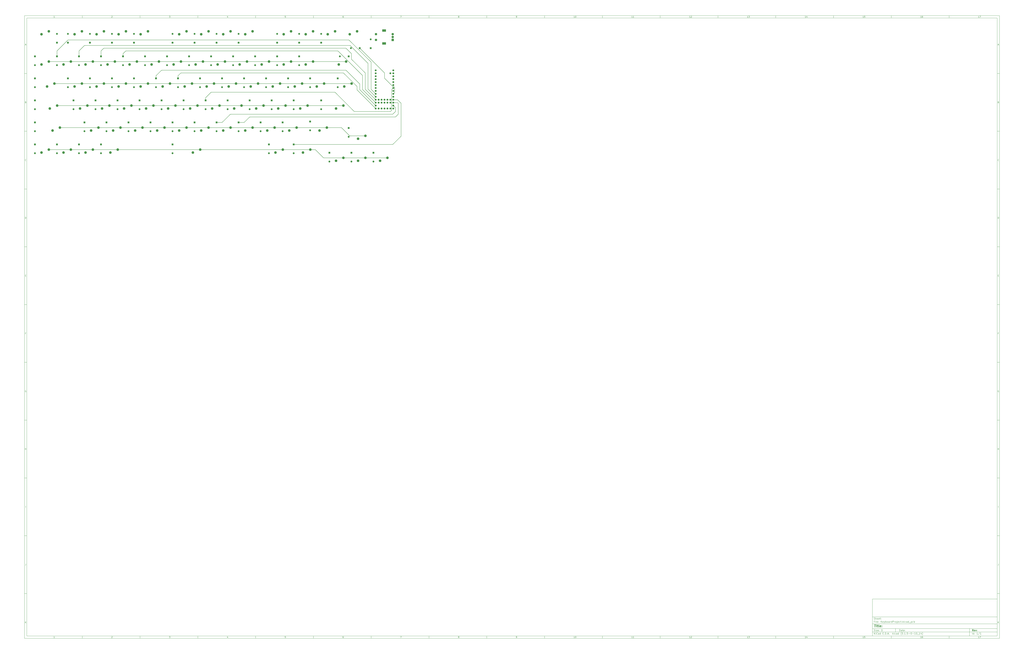
<source format=gbl>
G04 #@! TF.GenerationSoftware,KiCad,Pcbnew,(5.1.5-0-10_14)*
G04 #@! TF.CreationDate,2020-03-20T22:46:17-04:00*
G04 #@! TF.ProjectId,KeyboardProject,4b657962-6f61-4726-9450-726f6a656374,rev?*
G04 #@! TF.SameCoordinates,Original*
G04 #@! TF.FileFunction,Copper,L2,Bot*
G04 #@! TF.FilePolarity,Positive*
%FSLAX46Y46*%
G04 Gerber Fmt 4.6, Leading zero omitted, Abs format (unit mm)*
G04 Created by KiCad (PCBNEW (5.1.5-0-10_14)) date 2020-03-20 22:46:17*
%MOMM*%
%LPD*%
G04 APERTURE LIST*
%ADD10C,0.100000*%
%ADD11C,0.150000*%
%ADD12C,0.300000*%
%ADD13C,0.400000*%
%ADD14C,2.200000*%
%ADD15R,1.600000X1.600000*%
%ADD16O,1.600000X1.600000*%
%ADD17C,2.000000*%
%ADD18R,3.200000X2.000000*%
%ADD19R,2.000000X2.000000*%
%ADD20C,1.600000*%
%ADD21C,0.250000*%
G04 APERTURE END LIST*
D10*
D11*
X743600000Y-514800000D02*
X743600000Y-546800000D01*
X851600000Y-546800000D01*
X851600000Y-514800000D01*
X743600000Y-514800000D01*
D10*
D11*
X10000000Y-10000000D02*
X10000000Y-548800000D01*
X853600000Y-548800000D01*
X853600000Y-10000000D01*
X10000000Y-10000000D01*
D10*
D11*
X12000000Y-12000000D02*
X12000000Y-546800000D01*
X851600000Y-546800000D01*
X851600000Y-12000000D01*
X12000000Y-12000000D01*
D10*
D11*
X60000000Y-12000000D02*
X60000000Y-10000000D01*
D10*
D11*
X110000000Y-12000000D02*
X110000000Y-10000000D01*
D10*
D11*
X160000000Y-12000000D02*
X160000000Y-10000000D01*
D10*
D11*
X210000000Y-12000000D02*
X210000000Y-10000000D01*
D10*
D11*
X260000000Y-12000000D02*
X260000000Y-10000000D01*
D10*
D11*
X310000000Y-12000000D02*
X310000000Y-10000000D01*
D10*
D11*
X360000000Y-12000000D02*
X360000000Y-10000000D01*
D10*
D11*
X410000000Y-12000000D02*
X410000000Y-10000000D01*
D10*
D11*
X460000000Y-12000000D02*
X460000000Y-10000000D01*
D10*
D11*
X510000000Y-12000000D02*
X510000000Y-10000000D01*
D10*
D11*
X560000000Y-12000000D02*
X560000000Y-10000000D01*
D10*
D11*
X610000000Y-12000000D02*
X610000000Y-10000000D01*
D10*
D11*
X660000000Y-12000000D02*
X660000000Y-10000000D01*
D10*
D11*
X710000000Y-12000000D02*
X710000000Y-10000000D01*
D10*
D11*
X760000000Y-12000000D02*
X760000000Y-10000000D01*
D10*
D11*
X810000000Y-12000000D02*
X810000000Y-10000000D01*
D10*
D11*
X36065476Y-11588095D02*
X35322619Y-11588095D01*
X35694047Y-11588095D02*
X35694047Y-10288095D01*
X35570238Y-10473809D01*
X35446428Y-10597619D01*
X35322619Y-10659523D01*
D10*
D11*
X85322619Y-10411904D02*
X85384523Y-10350000D01*
X85508333Y-10288095D01*
X85817857Y-10288095D01*
X85941666Y-10350000D01*
X86003571Y-10411904D01*
X86065476Y-10535714D01*
X86065476Y-10659523D01*
X86003571Y-10845238D01*
X85260714Y-11588095D01*
X86065476Y-11588095D01*
D10*
D11*
X135260714Y-10288095D02*
X136065476Y-10288095D01*
X135632142Y-10783333D01*
X135817857Y-10783333D01*
X135941666Y-10845238D01*
X136003571Y-10907142D01*
X136065476Y-11030952D01*
X136065476Y-11340476D01*
X136003571Y-11464285D01*
X135941666Y-11526190D01*
X135817857Y-11588095D01*
X135446428Y-11588095D01*
X135322619Y-11526190D01*
X135260714Y-11464285D01*
D10*
D11*
X185941666Y-10721428D02*
X185941666Y-11588095D01*
X185632142Y-10226190D02*
X185322619Y-11154761D01*
X186127380Y-11154761D01*
D10*
D11*
X236003571Y-10288095D02*
X235384523Y-10288095D01*
X235322619Y-10907142D01*
X235384523Y-10845238D01*
X235508333Y-10783333D01*
X235817857Y-10783333D01*
X235941666Y-10845238D01*
X236003571Y-10907142D01*
X236065476Y-11030952D01*
X236065476Y-11340476D01*
X236003571Y-11464285D01*
X235941666Y-11526190D01*
X235817857Y-11588095D01*
X235508333Y-11588095D01*
X235384523Y-11526190D01*
X235322619Y-11464285D01*
D10*
D11*
X285941666Y-10288095D02*
X285694047Y-10288095D01*
X285570238Y-10350000D01*
X285508333Y-10411904D01*
X285384523Y-10597619D01*
X285322619Y-10845238D01*
X285322619Y-11340476D01*
X285384523Y-11464285D01*
X285446428Y-11526190D01*
X285570238Y-11588095D01*
X285817857Y-11588095D01*
X285941666Y-11526190D01*
X286003571Y-11464285D01*
X286065476Y-11340476D01*
X286065476Y-11030952D01*
X286003571Y-10907142D01*
X285941666Y-10845238D01*
X285817857Y-10783333D01*
X285570238Y-10783333D01*
X285446428Y-10845238D01*
X285384523Y-10907142D01*
X285322619Y-11030952D01*
D10*
D11*
X335260714Y-10288095D02*
X336127380Y-10288095D01*
X335570238Y-11588095D01*
D10*
D11*
X385570238Y-10845238D02*
X385446428Y-10783333D01*
X385384523Y-10721428D01*
X385322619Y-10597619D01*
X385322619Y-10535714D01*
X385384523Y-10411904D01*
X385446428Y-10350000D01*
X385570238Y-10288095D01*
X385817857Y-10288095D01*
X385941666Y-10350000D01*
X386003571Y-10411904D01*
X386065476Y-10535714D01*
X386065476Y-10597619D01*
X386003571Y-10721428D01*
X385941666Y-10783333D01*
X385817857Y-10845238D01*
X385570238Y-10845238D01*
X385446428Y-10907142D01*
X385384523Y-10969047D01*
X385322619Y-11092857D01*
X385322619Y-11340476D01*
X385384523Y-11464285D01*
X385446428Y-11526190D01*
X385570238Y-11588095D01*
X385817857Y-11588095D01*
X385941666Y-11526190D01*
X386003571Y-11464285D01*
X386065476Y-11340476D01*
X386065476Y-11092857D01*
X386003571Y-10969047D01*
X385941666Y-10907142D01*
X385817857Y-10845238D01*
D10*
D11*
X435446428Y-11588095D02*
X435694047Y-11588095D01*
X435817857Y-11526190D01*
X435879761Y-11464285D01*
X436003571Y-11278571D01*
X436065476Y-11030952D01*
X436065476Y-10535714D01*
X436003571Y-10411904D01*
X435941666Y-10350000D01*
X435817857Y-10288095D01*
X435570238Y-10288095D01*
X435446428Y-10350000D01*
X435384523Y-10411904D01*
X435322619Y-10535714D01*
X435322619Y-10845238D01*
X435384523Y-10969047D01*
X435446428Y-11030952D01*
X435570238Y-11092857D01*
X435817857Y-11092857D01*
X435941666Y-11030952D01*
X436003571Y-10969047D01*
X436065476Y-10845238D01*
D10*
D11*
X486065476Y-11588095D02*
X485322619Y-11588095D01*
X485694047Y-11588095D02*
X485694047Y-10288095D01*
X485570238Y-10473809D01*
X485446428Y-10597619D01*
X485322619Y-10659523D01*
X486870238Y-10288095D02*
X486994047Y-10288095D01*
X487117857Y-10350000D01*
X487179761Y-10411904D01*
X487241666Y-10535714D01*
X487303571Y-10783333D01*
X487303571Y-11092857D01*
X487241666Y-11340476D01*
X487179761Y-11464285D01*
X487117857Y-11526190D01*
X486994047Y-11588095D01*
X486870238Y-11588095D01*
X486746428Y-11526190D01*
X486684523Y-11464285D01*
X486622619Y-11340476D01*
X486560714Y-11092857D01*
X486560714Y-10783333D01*
X486622619Y-10535714D01*
X486684523Y-10411904D01*
X486746428Y-10350000D01*
X486870238Y-10288095D01*
D10*
D11*
X536065476Y-11588095D02*
X535322619Y-11588095D01*
X535694047Y-11588095D02*
X535694047Y-10288095D01*
X535570238Y-10473809D01*
X535446428Y-10597619D01*
X535322619Y-10659523D01*
X537303571Y-11588095D02*
X536560714Y-11588095D01*
X536932142Y-11588095D02*
X536932142Y-10288095D01*
X536808333Y-10473809D01*
X536684523Y-10597619D01*
X536560714Y-10659523D01*
D10*
D11*
X586065476Y-11588095D02*
X585322619Y-11588095D01*
X585694047Y-11588095D02*
X585694047Y-10288095D01*
X585570238Y-10473809D01*
X585446428Y-10597619D01*
X585322619Y-10659523D01*
X586560714Y-10411904D02*
X586622619Y-10350000D01*
X586746428Y-10288095D01*
X587055952Y-10288095D01*
X587179761Y-10350000D01*
X587241666Y-10411904D01*
X587303571Y-10535714D01*
X587303571Y-10659523D01*
X587241666Y-10845238D01*
X586498809Y-11588095D01*
X587303571Y-11588095D01*
D10*
D11*
X636065476Y-11588095D02*
X635322619Y-11588095D01*
X635694047Y-11588095D02*
X635694047Y-10288095D01*
X635570238Y-10473809D01*
X635446428Y-10597619D01*
X635322619Y-10659523D01*
X636498809Y-10288095D02*
X637303571Y-10288095D01*
X636870238Y-10783333D01*
X637055952Y-10783333D01*
X637179761Y-10845238D01*
X637241666Y-10907142D01*
X637303571Y-11030952D01*
X637303571Y-11340476D01*
X637241666Y-11464285D01*
X637179761Y-11526190D01*
X637055952Y-11588095D01*
X636684523Y-11588095D01*
X636560714Y-11526190D01*
X636498809Y-11464285D01*
D10*
D11*
X686065476Y-11588095D02*
X685322619Y-11588095D01*
X685694047Y-11588095D02*
X685694047Y-10288095D01*
X685570238Y-10473809D01*
X685446428Y-10597619D01*
X685322619Y-10659523D01*
X687179761Y-10721428D02*
X687179761Y-11588095D01*
X686870238Y-10226190D02*
X686560714Y-11154761D01*
X687365476Y-11154761D01*
D10*
D11*
X736065476Y-11588095D02*
X735322619Y-11588095D01*
X735694047Y-11588095D02*
X735694047Y-10288095D01*
X735570238Y-10473809D01*
X735446428Y-10597619D01*
X735322619Y-10659523D01*
X737241666Y-10288095D02*
X736622619Y-10288095D01*
X736560714Y-10907142D01*
X736622619Y-10845238D01*
X736746428Y-10783333D01*
X737055952Y-10783333D01*
X737179761Y-10845238D01*
X737241666Y-10907142D01*
X737303571Y-11030952D01*
X737303571Y-11340476D01*
X737241666Y-11464285D01*
X737179761Y-11526190D01*
X737055952Y-11588095D01*
X736746428Y-11588095D01*
X736622619Y-11526190D01*
X736560714Y-11464285D01*
D10*
D11*
X786065476Y-11588095D02*
X785322619Y-11588095D01*
X785694047Y-11588095D02*
X785694047Y-10288095D01*
X785570238Y-10473809D01*
X785446428Y-10597619D01*
X785322619Y-10659523D01*
X787179761Y-10288095D02*
X786932142Y-10288095D01*
X786808333Y-10350000D01*
X786746428Y-10411904D01*
X786622619Y-10597619D01*
X786560714Y-10845238D01*
X786560714Y-11340476D01*
X786622619Y-11464285D01*
X786684523Y-11526190D01*
X786808333Y-11588095D01*
X787055952Y-11588095D01*
X787179761Y-11526190D01*
X787241666Y-11464285D01*
X787303571Y-11340476D01*
X787303571Y-11030952D01*
X787241666Y-10907142D01*
X787179761Y-10845238D01*
X787055952Y-10783333D01*
X786808333Y-10783333D01*
X786684523Y-10845238D01*
X786622619Y-10907142D01*
X786560714Y-11030952D01*
D10*
D11*
X836065476Y-11588095D02*
X835322619Y-11588095D01*
X835694047Y-11588095D02*
X835694047Y-10288095D01*
X835570238Y-10473809D01*
X835446428Y-10597619D01*
X835322619Y-10659523D01*
X836498809Y-10288095D02*
X837365476Y-10288095D01*
X836808333Y-11588095D01*
D10*
D11*
X60000000Y-546800000D02*
X60000000Y-548800000D01*
D10*
D11*
X110000000Y-546800000D02*
X110000000Y-548800000D01*
D10*
D11*
X160000000Y-546800000D02*
X160000000Y-548800000D01*
D10*
D11*
X210000000Y-546800000D02*
X210000000Y-548800000D01*
D10*
D11*
X260000000Y-546800000D02*
X260000000Y-548800000D01*
D10*
D11*
X310000000Y-546800000D02*
X310000000Y-548800000D01*
D10*
D11*
X360000000Y-546800000D02*
X360000000Y-548800000D01*
D10*
D11*
X410000000Y-546800000D02*
X410000000Y-548800000D01*
D10*
D11*
X460000000Y-546800000D02*
X460000000Y-548800000D01*
D10*
D11*
X510000000Y-546800000D02*
X510000000Y-548800000D01*
D10*
D11*
X560000000Y-546800000D02*
X560000000Y-548800000D01*
D10*
D11*
X610000000Y-546800000D02*
X610000000Y-548800000D01*
D10*
D11*
X660000000Y-546800000D02*
X660000000Y-548800000D01*
D10*
D11*
X710000000Y-546800000D02*
X710000000Y-548800000D01*
D10*
D11*
X760000000Y-546800000D02*
X760000000Y-548800000D01*
D10*
D11*
X810000000Y-546800000D02*
X810000000Y-548800000D01*
D10*
D11*
X36065476Y-548388095D02*
X35322619Y-548388095D01*
X35694047Y-548388095D02*
X35694047Y-547088095D01*
X35570238Y-547273809D01*
X35446428Y-547397619D01*
X35322619Y-547459523D01*
D10*
D11*
X85322619Y-547211904D02*
X85384523Y-547150000D01*
X85508333Y-547088095D01*
X85817857Y-547088095D01*
X85941666Y-547150000D01*
X86003571Y-547211904D01*
X86065476Y-547335714D01*
X86065476Y-547459523D01*
X86003571Y-547645238D01*
X85260714Y-548388095D01*
X86065476Y-548388095D01*
D10*
D11*
X135260714Y-547088095D02*
X136065476Y-547088095D01*
X135632142Y-547583333D01*
X135817857Y-547583333D01*
X135941666Y-547645238D01*
X136003571Y-547707142D01*
X136065476Y-547830952D01*
X136065476Y-548140476D01*
X136003571Y-548264285D01*
X135941666Y-548326190D01*
X135817857Y-548388095D01*
X135446428Y-548388095D01*
X135322619Y-548326190D01*
X135260714Y-548264285D01*
D10*
D11*
X185941666Y-547521428D02*
X185941666Y-548388095D01*
X185632142Y-547026190D02*
X185322619Y-547954761D01*
X186127380Y-547954761D01*
D10*
D11*
X236003571Y-547088095D02*
X235384523Y-547088095D01*
X235322619Y-547707142D01*
X235384523Y-547645238D01*
X235508333Y-547583333D01*
X235817857Y-547583333D01*
X235941666Y-547645238D01*
X236003571Y-547707142D01*
X236065476Y-547830952D01*
X236065476Y-548140476D01*
X236003571Y-548264285D01*
X235941666Y-548326190D01*
X235817857Y-548388095D01*
X235508333Y-548388095D01*
X235384523Y-548326190D01*
X235322619Y-548264285D01*
D10*
D11*
X285941666Y-547088095D02*
X285694047Y-547088095D01*
X285570238Y-547150000D01*
X285508333Y-547211904D01*
X285384523Y-547397619D01*
X285322619Y-547645238D01*
X285322619Y-548140476D01*
X285384523Y-548264285D01*
X285446428Y-548326190D01*
X285570238Y-548388095D01*
X285817857Y-548388095D01*
X285941666Y-548326190D01*
X286003571Y-548264285D01*
X286065476Y-548140476D01*
X286065476Y-547830952D01*
X286003571Y-547707142D01*
X285941666Y-547645238D01*
X285817857Y-547583333D01*
X285570238Y-547583333D01*
X285446428Y-547645238D01*
X285384523Y-547707142D01*
X285322619Y-547830952D01*
D10*
D11*
X335260714Y-547088095D02*
X336127380Y-547088095D01*
X335570238Y-548388095D01*
D10*
D11*
X385570238Y-547645238D02*
X385446428Y-547583333D01*
X385384523Y-547521428D01*
X385322619Y-547397619D01*
X385322619Y-547335714D01*
X385384523Y-547211904D01*
X385446428Y-547150000D01*
X385570238Y-547088095D01*
X385817857Y-547088095D01*
X385941666Y-547150000D01*
X386003571Y-547211904D01*
X386065476Y-547335714D01*
X386065476Y-547397619D01*
X386003571Y-547521428D01*
X385941666Y-547583333D01*
X385817857Y-547645238D01*
X385570238Y-547645238D01*
X385446428Y-547707142D01*
X385384523Y-547769047D01*
X385322619Y-547892857D01*
X385322619Y-548140476D01*
X385384523Y-548264285D01*
X385446428Y-548326190D01*
X385570238Y-548388095D01*
X385817857Y-548388095D01*
X385941666Y-548326190D01*
X386003571Y-548264285D01*
X386065476Y-548140476D01*
X386065476Y-547892857D01*
X386003571Y-547769047D01*
X385941666Y-547707142D01*
X385817857Y-547645238D01*
D10*
D11*
X435446428Y-548388095D02*
X435694047Y-548388095D01*
X435817857Y-548326190D01*
X435879761Y-548264285D01*
X436003571Y-548078571D01*
X436065476Y-547830952D01*
X436065476Y-547335714D01*
X436003571Y-547211904D01*
X435941666Y-547150000D01*
X435817857Y-547088095D01*
X435570238Y-547088095D01*
X435446428Y-547150000D01*
X435384523Y-547211904D01*
X435322619Y-547335714D01*
X435322619Y-547645238D01*
X435384523Y-547769047D01*
X435446428Y-547830952D01*
X435570238Y-547892857D01*
X435817857Y-547892857D01*
X435941666Y-547830952D01*
X436003571Y-547769047D01*
X436065476Y-547645238D01*
D10*
D11*
X486065476Y-548388095D02*
X485322619Y-548388095D01*
X485694047Y-548388095D02*
X485694047Y-547088095D01*
X485570238Y-547273809D01*
X485446428Y-547397619D01*
X485322619Y-547459523D01*
X486870238Y-547088095D02*
X486994047Y-547088095D01*
X487117857Y-547150000D01*
X487179761Y-547211904D01*
X487241666Y-547335714D01*
X487303571Y-547583333D01*
X487303571Y-547892857D01*
X487241666Y-548140476D01*
X487179761Y-548264285D01*
X487117857Y-548326190D01*
X486994047Y-548388095D01*
X486870238Y-548388095D01*
X486746428Y-548326190D01*
X486684523Y-548264285D01*
X486622619Y-548140476D01*
X486560714Y-547892857D01*
X486560714Y-547583333D01*
X486622619Y-547335714D01*
X486684523Y-547211904D01*
X486746428Y-547150000D01*
X486870238Y-547088095D01*
D10*
D11*
X536065476Y-548388095D02*
X535322619Y-548388095D01*
X535694047Y-548388095D02*
X535694047Y-547088095D01*
X535570238Y-547273809D01*
X535446428Y-547397619D01*
X535322619Y-547459523D01*
X537303571Y-548388095D02*
X536560714Y-548388095D01*
X536932142Y-548388095D02*
X536932142Y-547088095D01*
X536808333Y-547273809D01*
X536684523Y-547397619D01*
X536560714Y-547459523D01*
D10*
D11*
X586065476Y-548388095D02*
X585322619Y-548388095D01*
X585694047Y-548388095D02*
X585694047Y-547088095D01*
X585570238Y-547273809D01*
X585446428Y-547397619D01*
X585322619Y-547459523D01*
X586560714Y-547211904D02*
X586622619Y-547150000D01*
X586746428Y-547088095D01*
X587055952Y-547088095D01*
X587179761Y-547150000D01*
X587241666Y-547211904D01*
X587303571Y-547335714D01*
X587303571Y-547459523D01*
X587241666Y-547645238D01*
X586498809Y-548388095D01*
X587303571Y-548388095D01*
D10*
D11*
X636065476Y-548388095D02*
X635322619Y-548388095D01*
X635694047Y-548388095D02*
X635694047Y-547088095D01*
X635570238Y-547273809D01*
X635446428Y-547397619D01*
X635322619Y-547459523D01*
X636498809Y-547088095D02*
X637303571Y-547088095D01*
X636870238Y-547583333D01*
X637055952Y-547583333D01*
X637179761Y-547645238D01*
X637241666Y-547707142D01*
X637303571Y-547830952D01*
X637303571Y-548140476D01*
X637241666Y-548264285D01*
X637179761Y-548326190D01*
X637055952Y-548388095D01*
X636684523Y-548388095D01*
X636560714Y-548326190D01*
X636498809Y-548264285D01*
D10*
D11*
X686065476Y-548388095D02*
X685322619Y-548388095D01*
X685694047Y-548388095D02*
X685694047Y-547088095D01*
X685570238Y-547273809D01*
X685446428Y-547397619D01*
X685322619Y-547459523D01*
X687179761Y-547521428D02*
X687179761Y-548388095D01*
X686870238Y-547026190D02*
X686560714Y-547954761D01*
X687365476Y-547954761D01*
D10*
D11*
X736065476Y-548388095D02*
X735322619Y-548388095D01*
X735694047Y-548388095D02*
X735694047Y-547088095D01*
X735570238Y-547273809D01*
X735446428Y-547397619D01*
X735322619Y-547459523D01*
X737241666Y-547088095D02*
X736622619Y-547088095D01*
X736560714Y-547707142D01*
X736622619Y-547645238D01*
X736746428Y-547583333D01*
X737055952Y-547583333D01*
X737179761Y-547645238D01*
X737241666Y-547707142D01*
X737303571Y-547830952D01*
X737303571Y-548140476D01*
X737241666Y-548264285D01*
X737179761Y-548326190D01*
X737055952Y-548388095D01*
X736746428Y-548388095D01*
X736622619Y-548326190D01*
X736560714Y-548264285D01*
D10*
D11*
X786065476Y-548388095D02*
X785322619Y-548388095D01*
X785694047Y-548388095D02*
X785694047Y-547088095D01*
X785570238Y-547273809D01*
X785446428Y-547397619D01*
X785322619Y-547459523D01*
X787179761Y-547088095D02*
X786932142Y-547088095D01*
X786808333Y-547150000D01*
X786746428Y-547211904D01*
X786622619Y-547397619D01*
X786560714Y-547645238D01*
X786560714Y-548140476D01*
X786622619Y-548264285D01*
X786684523Y-548326190D01*
X786808333Y-548388095D01*
X787055952Y-548388095D01*
X787179761Y-548326190D01*
X787241666Y-548264285D01*
X787303571Y-548140476D01*
X787303571Y-547830952D01*
X787241666Y-547707142D01*
X787179761Y-547645238D01*
X787055952Y-547583333D01*
X786808333Y-547583333D01*
X786684523Y-547645238D01*
X786622619Y-547707142D01*
X786560714Y-547830952D01*
D10*
D11*
X836065476Y-548388095D02*
X835322619Y-548388095D01*
X835694047Y-548388095D02*
X835694047Y-547088095D01*
X835570238Y-547273809D01*
X835446428Y-547397619D01*
X835322619Y-547459523D01*
X836498809Y-547088095D02*
X837365476Y-547088095D01*
X836808333Y-548388095D01*
D10*
D11*
X10000000Y-60000000D02*
X12000000Y-60000000D01*
D10*
D11*
X10000000Y-110000000D02*
X12000000Y-110000000D01*
D10*
D11*
X10000000Y-160000000D02*
X12000000Y-160000000D01*
D10*
D11*
X10000000Y-210000000D02*
X12000000Y-210000000D01*
D10*
D11*
X10000000Y-260000000D02*
X12000000Y-260000000D01*
D10*
D11*
X10000000Y-310000000D02*
X12000000Y-310000000D01*
D10*
D11*
X10000000Y-360000000D02*
X12000000Y-360000000D01*
D10*
D11*
X10000000Y-410000000D02*
X12000000Y-410000000D01*
D10*
D11*
X10000000Y-460000000D02*
X12000000Y-460000000D01*
D10*
D11*
X10000000Y-510000000D02*
X12000000Y-510000000D01*
D10*
D11*
X10690476Y-35216666D02*
X11309523Y-35216666D01*
X10566666Y-35588095D02*
X11000000Y-34288095D01*
X11433333Y-35588095D01*
D10*
D11*
X11092857Y-84907142D02*
X11278571Y-84969047D01*
X11340476Y-85030952D01*
X11402380Y-85154761D01*
X11402380Y-85340476D01*
X11340476Y-85464285D01*
X11278571Y-85526190D01*
X11154761Y-85588095D01*
X10659523Y-85588095D01*
X10659523Y-84288095D01*
X11092857Y-84288095D01*
X11216666Y-84350000D01*
X11278571Y-84411904D01*
X11340476Y-84535714D01*
X11340476Y-84659523D01*
X11278571Y-84783333D01*
X11216666Y-84845238D01*
X11092857Y-84907142D01*
X10659523Y-84907142D01*
D10*
D11*
X11402380Y-135464285D02*
X11340476Y-135526190D01*
X11154761Y-135588095D01*
X11030952Y-135588095D01*
X10845238Y-135526190D01*
X10721428Y-135402380D01*
X10659523Y-135278571D01*
X10597619Y-135030952D01*
X10597619Y-134845238D01*
X10659523Y-134597619D01*
X10721428Y-134473809D01*
X10845238Y-134350000D01*
X11030952Y-134288095D01*
X11154761Y-134288095D01*
X11340476Y-134350000D01*
X11402380Y-134411904D01*
D10*
D11*
X10659523Y-185588095D02*
X10659523Y-184288095D01*
X10969047Y-184288095D01*
X11154761Y-184350000D01*
X11278571Y-184473809D01*
X11340476Y-184597619D01*
X11402380Y-184845238D01*
X11402380Y-185030952D01*
X11340476Y-185278571D01*
X11278571Y-185402380D01*
X11154761Y-185526190D01*
X10969047Y-185588095D01*
X10659523Y-185588095D01*
D10*
D11*
X10721428Y-234907142D02*
X11154761Y-234907142D01*
X11340476Y-235588095D02*
X10721428Y-235588095D01*
X10721428Y-234288095D01*
X11340476Y-234288095D01*
D10*
D11*
X11185714Y-284907142D02*
X10752380Y-284907142D01*
X10752380Y-285588095D02*
X10752380Y-284288095D01*
X11371428Y-284288095D01*
D10*
D11*
X11340476Y-334350000D02*
X11216666Y-334288095D01*
X11030952Y-334288095D01*
X10845238Y-334350000D01*
X10721428Y-334473809D01*
X10659523Y-334597619D01*
X10597619Y-334845238D01*
X10597619Y-335030952D01*
X10659523Y-335278571D01*
X10721428Y-335402380D01*
X10845238Y-335526190D01*
X11030952Y-335588095D01*
X11154761Y-335588095D01*
X11340476Y-335526190D01*
X11402380Y-335464285D01*
X11402380Y-335030952D01*
X11154761Y-335030952D01*
D10*
D11*
X10628571Y-385588095D02*
X10628571Y-384288095D01*
X10628571Y-384907142D02*
X11371428Y-384907142D01*
X11371428Y-385588095D02*
X11371428Y-384288095D01*
D10*
D11*
X11000000Y-435588095D02*
X11000000Y-434288095D01*
D10*
D11*
X11185714Y-484288095D02*
X11185714Y-485216666D01*
X11123809Y-485402380D01*
X11000000Y-485526190D01*
X10814285Y-485588095D01*
X10690476Y-485588095D01*
D10*
D11*
X10659523Y-535588095D02*
X10659523Y-534288095D01*
X11402380Y-535588095D02*
X10845238Y-534845238D01*
X11402380Y-534288095D02*
X10659523Y-535030952D01*
D10*
D11*
X853600000Y-60000000D02*
X851600000Y-60000000D01*
D10*
D11*
X853600000Y-110000000D02*
X851600000Y-110000000D01*
D10*
D11*
X853600000Y-160000000D02*
X851600000Y-160000000D01*
D10*
D11*
X853600000Y-210000000D02*
X851600000Y-210000000D01*
D10*
D11*
X853600000Y-260000000D02*
X851600000Y-260000000D01*
D10*
D11*
X853600000Y-310000000D02*
X851600000Y-310000000D01*
D10*
D11*
X853600000Y-360000000D02*
X851600000Y-360000000D01*
D10*
D11*
X853600000Y-410000000D02*
X851600000Y-410000000D01*
D10*
D11*
X853600000Y-460000000D02*
X851600000Y-460000000D01*
D10*
D11*
X853600000Y-510000000D02*
X851600000Y-510000000D01*
D10*
D11*
X852290476Y-35216666D02*
X852909523Y-35216666D01*
X852166666Y-35588095D02*
X852600000Y-34288095D01*
X853033333Y-35588095D01*
D10*
D11*
X852692857Y-84907142D02*
X852878571Y-84969047D01*
X852940476Y-85030952D01*
X853002380Y-85154761D01*
X853002380Y-85340476D01*
X852940476Y-85464285D01*
X852878571Y-85526190D01*
X852754761Y-85588095D01*
X852259523Y-85588095D01*
X852259523Y-84288095D01*
X852692857Y-84288095D01*
X852816666Y-84350000D01*
X852878571Y-84411904D01*
X852940476Y-84535714D01*
X852940476Y-84659523D01*
X852878571Y-84783333D01*
X852816666Y-84845238D01*
X852692857Y-84907142D01*
X852259523Y-84907142D01*
D10*
D11*
X853002380Y-135464285D02*
X852940476Y-135526190D01*
X852754761Y-135588095D01*
X852630952Y-135588095D01*
X852445238Y-135526190D01*
X852321428Y-135402380D01*
X852259523Y-135278571D01*
X852197619Y-135030952D01*
X852197619Y-134845238D01*
X852259523Y-134597619D01*
X852321428Y-134473809D01*
X852445238Y-134350000D01*
X852630952Y-134288095D01*
X852754761Y-134288095D01*
X852940476Y-134350000D01*
X853002380Y-134411904D01*
D10*
D11*
X852259523Y-185588095D02*
X852259523Y-184288095D01*
X852569047Y-184288095D01*
X852754761Y-184350000D01*
X852878571Y-184473809D01*
X852940476Y-184597619D01*
X853002380Y-184845238D01*
X853002380Y-185030952D01*
X852940476Y-185278571D01*
X852878571Y-185402380D01*
X852754761Y-185526190D01*
X852569047Y-185588095D01*
X852259523Y-185588095D01*
D10*
D11*
X852321428Y-234907142D02*
X852754761Y-234907142D01*
X852940476Y-235588095D02*
X852321428Y-235588095D01*
X852321428Y-234288095D01*
X852940476Y-234288095D01*
D10*
D11*
X852785714Y-284907142D02*
X852352380Y-284907142D01*
X852352380Y-285588095D02*
X852352380Y-284288095D01*
X852971428Y-284288095D01*
D10*
D11*
X852940476Y-334350000D02*
X852816666Y-334288095D01*
X852630952Y-334288095D01*
X852445238Y-334350000D01*
X852321428Y-334473809D01*
X852259523Y-334597619D01*
X852197619Y-334845238D01*
X852197619Y-335030952D01*
X852259523Y-335278571D01*
X852321428Y-335402380D01*
X852445238Y-335526190D01*
X852630952Y-335588095D01*
X852754761Y-335588095D01*
X852940476Y-335526190D01*
X853002380Y-335464285D01*
X853002380Y-335030952D01*
X852754761Y-335030952D01*
D10*
D11*
X852228571Y-385588095D02*
X852228571Y-384288095D01*
X852228571Y-384907142D02*
X852971428Y-384907142D01*
X852971428Y-385588095D02*
X852971428Y-384288095D01*
D10*
D11*
X852600000Y-435588095D02*
X852600000Y-434288095D01*
D10*
D11*
X852785714Y-484288095D02*
X852785714Y-485216666D01*
X852723809Y-485402380D01*
X852600000Y-485526190D01*
X852414285Y-485588095D01*
X852290476Y-485588095D01*
D10*
D11*
X852259523Y-535588095D02*
X852259523Y-534288095D01*
X853002380Y-535588095D02*
X852445238Y-534845238D01*
X853002380Y-534288095D02*
X852259523Y-535030952D01*
D10*
D11*
X767032142Y-542578571D02*
X767032142Y-541078571D01*
X767389285Y-541078571D01*
X767603571Y-541150000D01*
X767746428Y-541292857D01*
X767817857Y-541435714D01*
X767889285Y-541721428D01*
X767889285Y-541935714D01*
X767817857Y-542221428D01*
X767746428Y-542364285D01*
X767603571Y-542507142D01*
X767389285Y-542578571D01*
X767032142Y-542578571D01*
X769175000Y-542578571D02*
X769175000Y-541792857D01*
X769103571Y-541650000D01*
X768960714Y-541578571D01*
X768675000Y-541578571D01*
X768532142Y-541650000D01*
X769175000Y-542507142D02*
X769032142Y-542578571D01*
X768675000Y-542578571D01*
X768532142Y-542507142D01*
X768460714Y-542364285D01*
X768460714Y-542221428D01*
X768532142Y-542078571D01*
X768675000Y-542007142D01*
X769032142Y-542007142D01*
X769175000Y-541935714D01*
X769675000Y-541578571D02*
X770246428Y-541578571D01*
X769889285Y-541078571D02*
X769889285Y-542364285D01*
X769960714Y-542507142D01*
X770103571Y-542578571D01*
X770246428Y-542578571D01*
X771317857Y-542507142D02*
X771175000Y-542578571D01*
X770889285Y-542578571D01*
X770746428Y-542507142D01*
X770675000Y-542364285D01*
X770675000Y-541792857D01*
X770746428Y-541650000D01*
X770889285Y-541578571D01*
X771175000Y-541578571D01*
X771317857Y-541650000D01*
X771389285Y-541792857D01*
X771389285Y-541935714D01*
X770675000Y-542078571D01*
X772032142Y-542435714D02*
X772103571Y-542507142D01*
X772032142Y-542578571D01*
X771960714Y-542507142D01*
X772032142Y-542435714D01*
X772032142Y-542578571D01*
X772032142Y-541650000D02*
X772103571Y-541721428D01*
X772032142Y-541792857D01*
X771960714Y-541721428D01*
X772032142Y-541650000D01*
X772032142Y-541792857D01*
D10*
D11*
X743600000Y-543300000D02*
X851600000Y-543300000D01*
D10*
D11*
X745032142Y-545378571D02*
X745032142Y-543878571D01*
X745889285Y-545378571D02*
X745246428Y-544521428D01*
X745889285Y-543878571D02*
X745032142Y-544735714D01*
X746532142Y-545378571D02*
X746532142Y-544378571D01*
X746532142Y-543878571D02*
X746460714Y-543950000D01*
X746532142Y-544021428D01*
X746603571Y-543950000D01*
X746532142Y-543878571D01*
X746532142Y-544021428D01*
X748103571Y-545235714D02*
X748032142Y-545307142D01*
X747817857Y-545378571D01*
X747675000Y-545378571D01*
X747460714Y-545307142D01*
X747317857Y-545164285D01*
X747246428Y-545021428D01*
X747175000Y-544735714D01*
X747175000Y-544521428D01*
X747246428Y-544235714D01*
X747317857Y-544092857D01*
X747460714Y-543950000D01*
X747675000Y-543878571D01*
X747817857Y-543878571D01*
X748032142Y-543950000D01*
X748103571Y-544021428D01*
X749389285Y-545378571D02*
X749389285Y-544592857D01*
X749317857Y-544450000D01*
X749175000Y-544378571D01*
X748889285Y-544378571D01*
X748746428Y-544450000D01*
X749389285Y-545307142D02*
X749246428Y-545378571D01*
X748889285Y-545378571D01*
X748746428Y-545307142D01*
X748675000Y-545164285D01*
X748675000Y-545021428D01*
X748746428Y-544878571D01*
X748889285Y-544807142D01*
X749246428Y-544807142D01*
X749389285Y-544735714D01*
X750746428Y-545378571D02*
X750746428Y-543878571D01*
X750746428Y-545307142D02*
X750603571Y-545378571D01*
X750317857Y-545378571D01*
X750175000Y-545307142D01*
X750103571Y-545235714D01*
X750032142Y-545092857D01*
X750032142Y-544664285D01*
X750103571Y-544521428D01*
X750175000Y-544450000D01*
X750317857Y-544378571D01*
X750603571Y-544378571D01*
X750746428Y-544450000D01*
X752603571Y-544592857D02*
X753103571Y-544592857D01*
X753317857Y-545378571D02*
X752603571Y-545378571D01*
X752603571Y-543878571D01*
X753317857Y-543878571D01*
X753960714Y-545235714D02*
X754032142Y-545307142D01*
X753960714Y-545378571D01*
X753889285Y-545307142D01*
X753960714Y-545235714D01*
X753960714Y-545378571D01*
X754675000Y-545378571D02*
X754675000Y-543878571D01*
X755032142Y-543878571D01*
X755246428Y-543950000D01*
X755389285Y-544092857D01*
X755460714Y-544235714D01*
X755532142Y-544521428D01*
X755532142Y-544735714D01*
X755460714Y-545021428D01*
X755389285Y-545164285D01*
X755246428Y-545307142D01*
X755032142Y-545378571D01*
X754675000Y-545378571D01*
X756175000Y-545235714D02*
X756246428Y-545307142D01*
X756175000Y-545378571D01*
X756103571Y-545307142D01*
X756175000Y-545235714D01*
X756175000Y-545378571D01*
X756817857Y-544950000D02*
X757532142Y-544950000D01*
X756675000Y-545378571D02*
X757175000Y-543878571D01*
X757675000Y-545378571D01*
X758175000Y-545235714D02*
X758246428Y-545307142D01*
X758175000Y-545378571D01*
X758103571Y-545307142D01*
X758175000Y-545235714D01*
X758175000Y-545378571D01*
X761175000Y-545378571D02*
X761175000Y-543878571D01*
X761317857Y-544807142D02*
X761746428Y-545378571D01*
X761746428Y-544378571D02*
X761175000Y-544950000D01*
X762389285Y-545378571D02*
X762389285Y-544378571D01*
X762389285Y-543878571D02*
X762317857Y-543950000D01*
X762389285Y-544021428D01*
X762460714Y-543950000D01*
X762389285Y-543878571D01*
X762389285Y-544021428D01*
X763746428Y-545307142D02*
X763603571Y-545378571D01*
X763317857Y-545378571D01*
X763175000Y-545307142D01*
X763103571Y-545235714D01*
X763032142Y-545092857D01*
X763032142Y-544664285D01*
X763103571Y-544521428D01*
X763175000Y-544450000D01*
X763317857Y-544378571D01*
X763603571Y-544378571D01*
X763746428Y-544450000D01*
X765032142Y-545378571D02*
X765032142Y-544592857D01*
X764960714Y-544450000D01*
X764817857Y-544378571D01*
X764532142Y-544378571D01*
X764389285Y-544450000D01*
X765032142Y-545307142D02*
X764889285Y-545378571D01*
X764532142Y-545378571D01*
X764389285Y-545307142D01*
X764317857Y-545164285D01*
X764317857Y-545021428D01*
X764389285Y-544878571D01*
X764532142Y-544807142D01*
X764889285Y-544807142D01*
X765032142Y-544735714D01*
X766389285Y-545378571D02*
X766389285Y-543878571D01*
X766389285Y-545307142D02*
X766246428Y-545378571D01*
X765960714Y-545378571D01*
X765817857Y-545307142D01*
X765746428Y-545235714D01*
X765675000Y-545092857D01*
X765675000Y-544664285D01*
X765746428Y-544521428D01*
X765817857Y-544450000D01*
X765960714Y-544378571D01*
X766246428Y-544378571D01*
X766389285Y-544450000D01*
X768675000Y-545950000D02*
X768603571Y-545878571D01*
X768460714Y-545664285D01*
X768389285Y-545521428D01*
X768317857Y-545307142D01*
X768246428Y-544950000D01*
X768246428Y-544664285D01*
X768317857Y-544307142D01*
X768389285Y-544092857D01*
X768460714Y-543950000D01*
X768603571Y-543735714D01*
X768675000Y-543664285D01*
X769960714Y-543878571D02*
X769246428Y-543878571D01*
X769175000Y-544592857D01*
X769246428Y-544521428D01*
X769389285Y-544450000D01*
X769746428Y-544450000D01*
X769889285Y-544521428D01*
X769960714Y-544592857D01*
X770032142Y-544735714D01*
X770032142Y-545092857D01*
X769960714Y-545235714D01*
X769889285Y-545307142D01*
X769746428Y-545378571D01*
X769389285Y-545378571D01*
X769246428Y-545307142D01*
X769175000Y-545235714D01*
X770675000Y-545235714D02*
X770746428Y-545307142D01*
X770675000Y-545378571D01*
X770603571Y-545307142D01*
X770675000Y-545235714D01*
X770675000Y-545378571D01*
X772175000Y-545378571D02*
X771317857Y-545378571D01*
X771746428Y-545378571D02*
X771746428Y-543878571D01*
X771603571Y-544092857D01*
X771460714Y-544235714D01*
X771317857Y-544307142D01*
X772817857Y-545235714D02*
X772889285Y-545307142D01*
X772817857Y-545378571D01*
X772746428Y-545307142D01*
X772817857Y-545235714D01*
X772817857Y-545378571D01*
X774246428Y-543878571D02*
X773532142Y-543878571D01*
X773460714Y-544592857D01*
X773532142Y-544521428D01*
X773675000Y-544450000D01*
X774032142Y-544450000D01*
X774175000Y-544521428D01*
X774246428Y-544592857D01*
X774317857Y-544735714D01*
X774317857Y-545092857D01*
X774246428Y-545235714D01*
X774175000Y-545307142D01*
X774032142Y-545378571D01*
X773675000Y-545378571D01*
X773532142Y-545307142D01*
X773460714Y-545235714D01*
X774960714Y-544807142D02*
X776103571Y-544807142D01*
X777103571Y-543878571D02*
X777246428Y-543878571D01*
X777389285Y-543950000D01*
X777460714Y-544021428D01*
X777532142Y-544164285D01*
X777603571Y-544450000D01*
X777603571Y-544807142D01*
X777532142Y-545092857D01*
X777460714Y-545235714D01*
X777389285Y-545307142D01*
X777246428Y-545378571D01*
X777103571Y-545378571D01*
X776960714Y-545307142D01*
X776889285Y-545235714D01*
X776817857Y-545092857D01*
X776746428Y-544807142D01*
X776746428Y-544450000D01*
X776817857Y-544164285D01*
X776889285Y-544021428D01*
X776960714Y-543950000D01*
X777103571Y-543878571D01*
X778246428Y-544807142D02*
X779389285Y-544807142D01*
X780889285Y-545378571D02*
X780032142Y-545378571D01*
X780460714Y-545378571D02*
X780460714Y-543878571D01*
X780317857Y-544092857D01*
X780175000Y-544235714D01*
X780032142Y-544307142D01*
X781817857Y-543878571D02*
X781960714Y-543878571D01*
X782103571Y-543950000D01*
X782175000Y-544021428D01*
X782246428Y-544164285D01*
X782317857Y-544450000D01*
X782317857Y-544807142D01*
X782246428Y-545092857D01*
X782175000Y-545235714D01*
X782103571Y-545307142D01*
X781960714Y-545378571D01*
X781817857Y-545378571D01*
X781675000Y-545307142D01*
X781603571Y-545235714D01*
X781532142Y-545092857D01*
X781460714Y-544807142D01*
X781460714Y-544450000D01*
X781532142Y-544164285D01*
X781603571Y-544021428D01*
X781675000Y-543950000D01*
X781817857Y-543878571D01*
X782603571Y-545521428D02*
X783746428Y-545521428D01*
X784889285Y-545378571D02*
X784032142Y-545378571D01*
X784460714Y-545378571D02*
X784460714Y-543878571D01*
X784317857Y-544092857D01*
X784175000Y-544235714D01*
X784032142Y-544307142D01*
X786175000Y-544378571D02*
X786175000Y-545378571D01*
X785817857Y-543807142D02*
X785460714Y-544878571D01*
X786389285Y-544878571D01*
X786817857Y-545950000D02*
X786889285Y-545878571D01*
X787032142Y-545664285D01*
X787103571Y-545521428D01*
X787175000Y-545307142D01*
X787246428Y-544950000D01*
X787246428Y-544664285D01*
X787175000Y-544307142D01*
X787103571Y-544092857D01*
X787032142Y-543950000D01*
X786889285Y-543735714D01*
X786817857Y-543664285D01*
D10*
D11*
X743600000Y-540300000D02*
X851600000Y-540300000D01*
D10*
D12*
X831009285Y-542578571D02*
X830509285Y-541864285D01*
X830152142Y-542578571D02*
X830152142Y-541078571D01*
X830723571Y-541078571D01*
X830866428Y-541150000D01*
X830937857Y-541221428D01*
X831009285Y-541364285D01*
X831009285Y-541578571D01*
X830937857Y-541721428D01*
X830866428Y-541792857D01*
X830723571Y-541864285D01*
X830152142Y-541864285D01*
X832223571Y-542507142D02*
X832080714Y-542578571D01*
X831795000Y-542578571D01*
X831652142Y-542507142D01*
X831580714Y-542364285D01*
X831580714Y-541792857D01*
X831652142Y-541650000D01*
X831795000Y-541578571D01*
X832080714Y-541578571D01*
X832223571Y-541650000D01*
X832295000Y-541792857D01*
X832295000Y-541935714D01*
X831580714Y-542078571D01*
X832795000Y-541578571D02*
X833152142Y-542578571D01*
X833509285Y-541578571D01*
X834080714Y-542435714D02*
X834152142Y-542507142D01*
X834080714Y-542578571D01*
X834009285Y-542507142D01*
X834080714Y-542435714D01*
X834080714Y-542578571D01*
X834080714Y-541650000D02*
X834152142Y-541721428D01*
X834080714Y-541792857D01*
X834009285Y-541721428D01*
X834080714Y-541650000D01*
X834080714Y-541792857D01*
D10*
D11*
X744960714Y-542507142D02*
X745175000Y-542578571D01*
X745532142Y-542578571D01*
X745675000Y-542507142D01*
X745746428Y-542435714D01*
X745817857Y-542292857D01*
X745817857Y-542150000D01*
X745746428Y-542007142D01*
X745675000Y-541935714D01*
X745532142Y-541864285D01*
X745246428Y-541792857D01*
X745103571Y-541721428D01*
X745032142Y-541650000D01*
X744960714Y-541507142D01*
X744960714Y-541364285D01*
X745032142Y-541221428D01*
X745103571Y-541150000D01*
X745246428Y-541078571D01*
X745603571Y-541078571D01*
X745817857Y-541150000D01*
X746460714Y-542578571D02*
X746460714Y-541578571D01*
X746460714Y-541078571D02*
X746389285Y-541150000D01*
X746460714Y-541221428D01*
X746532142Y-541150000D01*
X746460714Y-541078571D01*
X746460714Y-541221428D01*
X747032142Y-541578571D02*
X747817857Y-541578571D01*
X747032142Y-542578571D01*
X747817857Y-542578571D01*
X748960714Y-542507142D02*
X748817857Y-542578571D01*
X748532142Y-542578571D01*
X748389285Y-542507142D01*
X748317857Y-542364285D01*
X748317857Y-541792857D01*
X748389285Y-541650000D01*
X748532142Y-541578571D01*
X748817857Y-541578571D01*
X748960714Y-541650000D01*
X749032142Y-541792857D01*
X749032142Y-541935714D01*
X748317857Y-542078571D01*
X749675000Y-542435714D02*
X749746428Y-542507142D01*
X749675000Y-542578571D01*
X749603571Y-542507142D01*
X749675000Y-542435714D01*
X749675000Y-542578571D01*
X749675000Y-541650000D02*
X749746428Y-541721428D01*
X749675000Y-541792857D01*
X749603571Y-541721428D01*
X749675000Y-541650000D01*
X749675000Y-541792857D01*
X751532142Y-542578571D02*
X751532142Y-541078571D01*
X751889285Y-541078571D01*
X752103571Y-541150000D01*
X752246428Y-541292857D01*
X752317857Y-541435714D01*
X752389285Y-541721428D01*
X752389285Y-541935714D01*
X752317857Y-542221428D01*
X752246428Y-542364285D01*
X752103571Y-542507142D01*
X751889285Y-542578571D01*
X751532142Y-542578571D01*
D10*
D11*
X830032142Y-545378571D02*
X830032142Y-543878571D01*
X831389285Y-545378571D02*
X831389285Y-543878571D01*
X831389285Y-545307142D02*
X831246428Y-545378571D01*
X830960714Y-545378571D01*
X830817857Y-545307142D01*
X830746428Y-545235714D01*
X830675000Y-545092857D01*
X830675000Y-544664285D01*
X830746428Y-544521428D01*
X830817857Y-544450000D01*
X830960714Y-544378571D01*
X831246428Y-544378571D01*
X831389285Y-544450000D01*
X832103571Y-545235714D02*
X832175000Y-545307142D01*
X832103571Y-545378571D01*
X832032142Y-545307142D01*
X832103571Y-545235714D01*
X832103571Y-545378571D01*
X832103571Y-544450000D02*
X832175000Y-544521428D01*
X832103571Y-544592857D01*
X832032142Y-544521428D01*
X832103571Y-544450000D01*
X832103571Y-544592857D01*
X834746428Y-545378571D02*
X833889285Y-545378571D01*
X834317857Y-545378571D02*
X834317857Y-543878571D01*
X834175000Y-544092857D01*
X834032142Y-544235714D01*
X833889285Y-544307142D01*
X836460714Y-543807142D02*
X835175000Y-545735714D01*
X837746428Y-545378571D02*
X836889285Y-545378571D01*
X837317857Y-545378571D02*
X837317857Y-543878571D01*
X837175000Y-544092857D01*
X837032142Y-544235714D01*
X836889285Y-544307142D01*
D10*
D11*
X743600000Y-536300000D02*
X851600000Y-536300000D01*
D10*
D13*
X745312380Y-537004761D02*
X746455238Y-537004761D01*
X745633809Y-539004761D02*
X745883809Y-537004761D01*
X746871904Y-539004761D02*
X747038571Y-537671428D01*
X747121904Y-537004761D02*
X747014761Y-537100000D01*
X747098095Y-537195238D01*
X747205238Y-537100000D01*
X747121904Y-537004761D01*
X747098095Y-537195238D01*
X747705238Y-537671428D02*
X748467142Y-537671428D01*
X748074285Y-537004761D02*
X747860000Y-538719047D01*
X747931428Y-538909523D01*
X748110000Y-539004761D01*
X748300476Y-539004761D01*
X749252857Y-539004761D02*
X749074285Y-538909523D01*
X749002857Y-538719047D01*
X749217142Y-537004761D01*
X750788571Y-538909523D02*
X750586190Y-539004761D01*
X750205238Y-539004761D01*
X750026666Y-538909523D01*
X749955238Y-538719047D01*
X750050476Y-537957142D01*
X750169523Y-537766666D01*
X750371904Y-537671428D01*
X750752857Y-537671428D01*
X750931428Y-537766666D01*
X751002857Y-537957142D01*
X750979047Y-538147619D01*
X750002857Y-538338095D01*
X751752857Y-538814285D02*
X751836190Y-538909523D01*
X751729047Y-539004761D01*
X751645714Y-538909523D01*
X751752857Y-538814285D01*
X751729047Y-539004761D01*
X751883809Y-537766666D02*
X751967142Y-537861904D01*
X751860000Y-537957142D01*
X751776666Y-537861904D01*
X751883809Y-537766666D01*
X751860000Y-537957142D01*
D10*
D11*
X745532142Y-534392857D02*
X745032142Y-534392857D01*
X745032142Y-535178571D02*
X745032142Y-533678571D01*
X745746428Y-533678571D01*
X746317857Y-535178571D02*
X746317857Y-534178571D01*
X746317857Y-533678571D02*
X746246428Y-533750000D01*
X746317857Y-533821428D01*
X746389285Y-533750000D01*
X746317857Y-533678571D01*
X746317857Y-533821428D01*
X747246428Y-535178571D02*
X747103571Y-535107142D01*
X747032142Y-534964285D01*
X747032142Y-533678571D01*
X748389285Y-535107142D02*
X748246428Y-535178571D01*
X747960714Y-535178571D01*
X747817857Y-535107142D01*
X747746428Y-534964285D01*
X747746428Y-534392857D01*
X747817857Y-534250000D01*
X747960714Y-534178571D01*
X748246428Y-534178571D01*
X748389285Y-534250000D01*
X748460714Y-534392857D01*
X748460714Y-534535714D01*
X747746428Y-534678571D01*
X749103571Y-535035714D02*
X749175000Y-535107142D01*
X749103571Y-535178571D01*
X749032142Y-535107142D01*
X749103571Y-535035714D01*
X749103571Y-535178571D01*
X749103571Y-534250000D02*
X749175000Y-534321428D01*
X749103571Y-534392857D01*
X749032142Y-534321428D01*
X749103571Y-534250000D01*
X749103571Y-534392857D01*
X750960714Y-535178571D02*
X750960714Y-533678571D01*
X751817857Y-535178571D02*
X751175000Y-534321428D01*
X751817857Y-533678571D02*
X750960714Y-534535714D01*
X753032142Y-535107142D02*
X752889285Y-535178571D01*
X752603571Y-535178571D01*
X752460714Y-535107142D01*
X752389285Y-534964285D01*
X752389285Y-534392857D01*
X752460714Y-534250000D01*
X752603571Y-534178571D01*
X752889285Y-534178571D01*
X753032142Y-534250000D01*
X753103571Y-534392857D01*
X753103571Y-534535714D01*
X752389285Y-534678571D01*
X753603571Y-534178571D02*
X753960714Y-535178571D01*
X754317857Y-534178571D02*
X753960714Y-535178571D01*
X753817857Y-535535714D01*
X753746428Y-535607142D01*
X753603571Y-535678571D01*
X754889285Y-535178571D02*
X754889285Y-533678571D01*
X754889285Y-534250000D02*
X755032142Y-534178571D01*
X755317857Y-534178571D01*
X755460714Y-534250000D01*
X755532142Y-534321428D01*
X755603571Y-534464285D01*
X755603571Y-534892857D01*
X755532142Y-535035714D01*
X755460714Y-535107142D01*
X755317857Y-535178571D01*
X755032142Y-535178571D01*
X754889285Y-535107142D01*
X756460714Y-535178571D02*
X756317857Y-535107142D01*
X756246428Y-535035714D01*
X756175000Y-534892857D01*
X756175000Y-534464285D01*
X756246428Y-534321428D01*
X756317857Y-534250000D01*
X756460714Y-534178571D01*
X756675000Y-534178571D01*
X756817857Y-534250000D01*
X756889285Y-534321428D01*
X756960714Y-534464285D01*
X756960714Y-534892857D01*
X756889285Y-535035714D01*
X756817857Y-535107142D01*
X756675000Y-535178571D01*
X756460714Y-535178571D01*
X758246428Y-535178571D02*
X758246428Y-534392857D01*
X758175000Y-534250000D01*
X758032142Y-534178571D01*
X757746428Y-534178571D01*
X757603571Y-534250000D01*
X758246428Y-535107142D02*
X758103571Y-535178571D01*
X757746428Y-535178571D01*
X757603571Y-535107142D01*
X757532142Y-534964285D01*
X757532142Y-534821428D01*
X757603571Y-534678571D01*
X757746428Y-534607142D01*
X758103571Y-534607142D01*
X758246428Y-534535714D01*
X758960714Y-535178571D02*
X758960714Y-534178571D01*
X758960714Y-534464285D02*
X759032142Y-534321428D01*
X759103571Y-534250000D01*
X759246428Y-534178571D01*
X759389285Y-534178571D01*
X760532142Y-535178571D02*
X760532142Y-533678571D01*
X760532142Y-535107142D02*
X760389285Y-535178571D01*
X760103571Y-535178571D01*
X759960714Y-535107142D01*
X759889285Y-535035714D01*
X759817857Y-534892857D01*
X759817857Y-534464285D01*
X759889285Y-534321428D01*
X759960714Y-534250000D01*
X760103571Y-534178571D01*
X760389285Y-534178571D01*
X760532142Y-534250000D01*
X761246428Y-535178571D02*
X761246428Y-533678571D01*
X761817857Y-533678571D01*
X761960714Y-533750000D01*
X762032142Y-533821428D01*
X762103571Y-533964285D01*
X762103571Y-534178571D01*
X762032142Y-534321428D01*
X761960714Y-534392857D01*
X761817857Y-534464285D01*
X761246428Y-534464285D01*
X762746428Y-535178571D02*
X762746428Y-534178571D01*
X762746428Y-534464285D02*
X762817857Y-534321428D01*
X762889285Y-534250000D01*
X763032142Y-534178571D01*
X763175000Y-534178571D01*
X763889285Y-535178571D02*
X763746428Y-535107142D01*
X763675000Y-535035714D01*
X763603571Y-534892857D01*
X763603571Y-534464285D01*
X763675000Y-534321428D01*
X763746428Y-534250000D01*
X763889285Y-534178571D01*
X764103571Y-534178571D01*
X764246428Y-534250000D01*
X764317857Y-534321428D01*
X764389285Y-534464285D01*
X764389285Y-534892857D01*
X764317857Y-535035714D01*
X764246428Y-535107142D01*
X764103571Y-535178571D01*
X763889285Y-535178571D01*
X765032142Y-534178571D02*
X765032142Y-535464285D01*
X764960714Y-535607142D01*
X764817857Y-535678571D01*
X764746428Y-535678571D01*
X765032142Y-533678571D02*
X764960714Y-533750000D01*
X765032142Y-533821428D01*
X765103571Y-533750000D01*
X765032142Y-533678571D01*
X765032142Y-533821428D01*
X766317857Y-535107142D02*
X766175000Y-535178571D01*
X765889285Y-535178571D01*
X765746428Y-535107142D01*
X765675000Y-534964285D01*
X765675000Y-534392857D01*
X765746428Y-534250000D01*
X765889285Y-534178571D01*
X766175000Y-534178571D01*
X766317857Y-534250000D01*
X766389285Y-534392857D01*
X766389285Y-534535714D01*
X765675000Y-534678571D01*
X767675000Y-535107142D02*
X767532142Y-535178571D01*
X767246428Y-535178571D01*
X767103571Y-535107142D01*
X767032142Y-535035714D01*
X766960714Y-534892857D01*
X766960714Y-534464285D01*
X767032142Y-534321428D01*
X767103571Y-534250000D01*
X767246428Y-534178571D01*
X767532142Y-534178571D01*
X767675000Y-534250000D01*
X768103571Y-534178571D02*
X768675000Y-534178571D01*
X768317857Y-533678571D02*
X768317857Y-534964285D01*
X768389285Y-535107142D01*
X768532142Y-535178571D01*
X768675000Y-535178571D01*
X769175000Y-535035714D02*
X769246428Y-535107142D01*
X769175000Y-535178571D01*
X769103571Y-535107142D01*
X769175000Y-535035714D01*
X769175000Y-535178571D01*
X769889285Y-535178571D02*
X769889285Y-533678571D01*
X770032142Y-534607142D02*
X770460714Y-535178571D01*
X770460714Y-534178571D02*
X769889285Y-534750000D01*
X771103571Y-535178571D02*
X771103571Y-534178571D01*
X771103571Y-533678571D02*
X771032142Y-533750000D01*
X771103571Y-533821428D01*
X771175000Y-533750000D01*
X771103571Y-533678571D01*
X771103571Y-533821428D01*
X772460714Y-535107142D02*
X772317857Y-535178571D01*
X772032142Y-535178571D01*
X771889285Y-535107142D01*
X771817857Y-535035714D01*
X771746428Y-534892857D01*
X771746428Y-534464285D01*
X771817857Y-534321428D01*
X771889285Y-534250000D01*
X772032142Y-534178571D01*
X772317857Y-534178571D01*
X772460714Y-534250000D01*
X773746428Y-535178571D02*
X773746428Y-534392857D01*
X773675000Y-534250000D01*
X773532142Y-534178571D01*
X773246428Y-534178571D01*
X773103571Y-534250000D01*
X773746428Y-535107142D02*
X773603571Y-535178571D01*
X773246428Y-535178571D01*
X773103571Y-535107142D01*
X773032142Y-534964285D01*
X773032142Y-534821428D01*
X773103571Y-534678571D01*
X773246428Y-534607142D01*
X773603571Y-534607142D01*
X773746428Y-534535714D01*
X775103571Y-535178571D02*
X775103571Y-533678571D01*
X775103571Y-535107142D02*
X774960714Y-535178571D01*
X774675000Y-535178571D01*
X774532142Y-535107142D01*
X774460714Y-535035714D01*
X774389285Y-534892857D01*
X774389285Y-534464285D01*
X774460714Y-534321428D01*
X774532142Y-534250000D01*
X774675000Y-534178571D01*
X774960714Y-534178571D01*
X775103571Y-534250000D01*
X775460714Y-535321428D02*
X776603571Y-535321428D01*
X776960714Y-534178571D02*
X776960714Y-535678571D01*
X776960714Y-534250000D02*
X777103571Y-534178571D01*
X777389285Y-534178571D01*
X777532142Y-534250000D01*
X777603571Y-534321428D01*
X777675000Y-534464285D01*
X777675000Y-534892857D01*
X777603571Y-535035714D01*
X777532142Y-535107142D01*
X777389285Y-535178571D01*
X777103571Y-535178571D01*
X776960714Y-535107142D01*
X778960714Y-535107142D02*
X778817857Y-535178571D01*
X778532142Y-535178571D01*
X778389285Y-535107142D01*
X778317857Y-535035714D01*
X778246428Y-534892857D01*
X778246428Y-534464285D01*
X778317857Y-534321428D01*
X778389285Y-534250000D01*
X778532142Y-534178571D01*
X778817857Y-534178571D01*
X778960714Y-534250000D01*
X779603571Y-535178571D02*
X779603571Y-533678571D01*
X779603571Y-534250000D02*
X779746428Y-534178571D01*
X780032142Y-534178571D01*
X780175000Y-534250000D01*
X780246428Y-534321428D01*
X780317857Y-534464285D01*
X780317857Y-534892857D01*
X780246428Y-535035714D01*
X780175000Y-535107142D01*
X780032142Y-535178571D01*
X779746428Y-535178571D01*
X779603571Y-535107142D01*
D10*
D11*
X743600000Y-530300000D02*
X851600000Y-530300000D01*
D10*
D11*
X744960714Y-532407142D02*
X745175000Y-532478571D01*
X745532142Y-532478571D01*
X745675000Y-532407142D01*
X745746428Y-532335714D01*
X745817857Y-532192857D01*
X745817857Y-532050000D01*
X745746428Y-531907142D01*
X745675000Y-531835714D01*
X745532142Y-531764285D01*
X745246428Y-531692857D01*
X745103571Y-531621428D01*
X745032142Y-531550000D01*
X744960714Y-531407142D01*
X744960714Y-531264285D01*
X745032142Y-531121428D01*
X745103571Y-531050000D01*
X745246428Y-530978571D01*
X745603571Y-530978571D01*
X745817857Y-531050000D01*
X746460714Y-532478571D02*
X746460714Y-530978571D01*
X747103571Y-532478571D02*
X747103571Y-531692857D01*
X747032142Y-531550000D01*
X746889285Y-531478571D01*
X746675000Y-531478571D01*
X746532142Y-531550000D01*
X746460714Y-531621428D01*
X748389285Y-532407142D02*
X748246428Y-532478571D01*
X747960714Y-532478571D01*
X747817857Y-532407142D01*
X747746428Y-532264285D01*
X747746428Y-531692857D01*
X747817857Y-531550000D01*
X747960714Y-531478571D01*
X748246428Y-531478571D01*
X748389285Y-531550000D01*
X748460714Y-531692857D01*
X748460714Y-531835714D01*
X747746428Y-531978571D01*
X749675000Y-532407142D02*
X749532142Y-532478571D01*
X749246428Y-532478571D01*
X749103571Y-532407142D01*
X749032142Y-532264285D01*
X749032142Y-531692857D01*
X749103571Y-531550000D01*
X749246428Y-531478571D01*
X749532142Y-531478571D01*
X749675000Y-531550000D01*
X749746428Y-531692857D01*
X749746428Y-531835714D01*
X749032142Y-531978571D01*
X750175000Y-531478571D02*
X750746428Y-531478571D01*
X750389285Y-530978571D02*
X750389285Y-532264285D01*
X750460714Y-532407142D01*
X750603571Y-532478571D01*
X750746428Y-532478571D01*
X751246428Y-532335714D02*
X751317857Y-532407142D01*
X751246428Y-532478571D01*
X751175000Y-532407142D01*
X751246428Y-532335714D01*
X751246428Y-532478571D01*
X751246428Y-531550000D02*
X751317857Y-531621428D01*
X751246428Y-531692857D01*
X751175000Y-531621428D01*
X751246428Y-531550000D01*
X751246428Y-531692857D01*
D10*
D11*
X763600000Y-540300000D02*
X763600000Y-543300000D01*
D10*
D11*
X827600000Y-540300000D02*
X827600000Y-546800000D01*
D14*
X50165000Y-125888750D03*
X43815000Y-128428750D03*
X69215000Y-49688750D03*
X62865000Y-52228750D03*
X24765000Y-52228750D03*
X31115000Y-49688750D03*
X31115000Y-23495000D03*
X24765000Y-26035000D03*
X59690000Y-23495000D03*
X53340000Y-26035000D03*
X78740000Y-23495000D03*
X72390000Y-26035000D03*
X97790000Y-23495000D03*
X91440000Y-26035000D03*
X116840000Y-23495000D03*
X110490000Y-26035000D03*
X150177500Y-23495000D03*
X143827500Y-26035000D03*
X169227500Y-23495000D03*
X162877500Y-26035000D03*
X188277500Y-23495000D03*
X181927500Y-26035000D03*
X200977500Y-26035000D03*
X207327500Y-23495000D03*
X234315000Y-26035000D03*
X240665000Y-23495000D03*
X253365000Y-26035000D03*
X259715000Y-23495000D03*
X272415000Y-26035000D03*
X278765000Y-23495000D03*
X291465000Y-26035000D03*
X297815000Y-23495000D03*
X34290000Y-109378750D03*
X40640000Y-106838750D03*
X265271250Y-109378750D03*
X271621250Y-106838750D03*
X279558750Y-90328750D03*
X285908750Y-87788750D03*
X286702500Y-71278750D03*
X293052500Y-68738750D03*
X281940000Y-52228750D03*
X288290000Y-49688750D03*
X250983750Y-128428750D03*
X257333750Y-125888750D03*
X227171250Y-128428750D03*
X233521250Y-125888750D03*
X84296250Y-128428750D03*
X90646250Y-125888750D03*
X155733750Y-128428750D03*
X162083750Y-125888750D03*
X31908750Y-90328750D03*
X38258750Y-87788750D03*
X29527500Y-71278750D03*
X35877500Y-68738750D03*
D15*
X38100000Y-33337500D03*
D16*
X38100000Y-25717500D03*
X19050000Y-52863750D03*
D15*
X19050000Y-45243750D03*
D16*
X19050000Y-71913750D03*
D15*
X19050000Y-64293750D03*
X19050000Y-83343750D03*
D16*
X19050000Y-90963750D03*
X19050000Y-110013750D03*
D15*
X19050000Y-102393750D03*
D16*
X19050000Y-129063750D03*
D15*
X19050000Y-121443750D03*
D16*
X47625000Y-25717500D03*
D15*
X47625000Y-33337500D03*
D16*
X38100000Y-52863750D03*
D15*
X38100000Y-45243750D03*
D16*
X47625000Y-71913750D03*
D15*
X47625000Y-64293750D03*
D16*
X52387500Y-90963750D03*
D15*
X52387500Y-83343750D03*
D16*
X38100000Y-129063750D03*
D15*
X38100000Y-121443750D03*
D16*
X66675000Y-25717500D03*
D15*
X66675000Y-33337500D03*
D16*
X57150000Y-52863750D03*
D15*
X57150000Y-45243750D03*
D16*
X66675000Y-71913750D03*
D15*
X66675000Y-64293750D03*
D16*
X71437500Y-90963750D03*
D15*
X71437500Y-83343750D03*
D16*
X61912500Y-110013750D03*
D15*
X61912500Y-102393750D03*
D16*
X57150000Y-129063750D03*
D15*
X57150000Y-121443750D03*
D16*
X85725000Y-25717500D03*
D15*
X85725000Y-33337500D03*
D16*
X76200000Y-52863750D03*
D15*
X76200000Y-45243750D03*
D16*
X85725000Y-71913750D03*
D15*
X85725000Y-64293750D03*
D16*
X90487500Y-90963750D03*
D15*
X90487500Y-83343750D03*
D16*
X80962500Y-110013750D03*
D15*
X80962500Y-102393750D03*
D16*
X76200000Y-129063750D03*
D15*
X76200000Y-121443750D03*
D16*
X104775000Y-25717500D03*
D15*
X104775000Y-33337500D03*
D16*
X95250000Y-52863750D03*
D15*
X95250000Y-45243750D03*
D16*
X104775000Y-71913750D03*
D15*
X104775000Y-64293750D03*
D16*
X109537500Y-90963750D03*
D15*
X109537500Y-83343750D03*
D16*
X100012500Y-110013750D03*
D15*
X100012500Y-102393750D03*
D16*
X138112500Y-25717500D03*
D15*
X138112500Y-33337500D03*
D16*
X114300000Y-52863750D03*
D15*
X114300000Y-45243750D03*
D16*
X123825000Y-71913750D03*
D15*
X123825000Y-64293750D03*
D16*
X128587500Y-90963750D03*
D15*
X128587500Y-83343750D03*
D16*
X119062500Y-110013750D03*
D15*
X119062500Y-102393750D03*
D16*
X157162500Y-25717500D03*
D15*
X157162500Y-33337500D03*
D16*
X133350000Y-52863750D03*
D15*
X133350000Y-45243750D03*
D16*
X142875000Y-71913750D03*
D15*
X142875000Y-64293750D03*
D16*
X147637500Y-90963750D03*
D15*
X147637500Y-83343750D03*
D16*
X138112500Y-110013750D03*
D15*
X138112500Y-102393750D03*
D16*
X138112500Y-129063750D03*
D15*
X138112500Y-121443750D03*
D16*
X176212500Y-25717500D03*
D15*
X176212500Y-33337500D03*
D16*
X152400000Y-52863750D03*
D15*
X152400000Y-45243750D03*
X161925000Y-64293750D03*
D16*
X161925000Y-71913750D03*
D15*
X166687500Y-83343750D03*
D16*
X166687500Y-90963750D03*
D15*
X157162500Y-102393750D03*
D16*
X157162500Y-110013750D03*
D15*
X195262500Y-33337500D03*
D16*
X195262500Y-25717500D03*
D15*
X171450000Y-45243750D03*
D16*
X171450000Y-52863750D03*
D15*
X180975000Y-64293750D03*
D16*
X180975000Y-71913750D03*
D15*
X185737500Y-83343750D03*
D16*
X185737500Y-90963750D03*
D15*
X176212500Y-102393750D03*
D16*
X176212500Y-110013750D03*
D15*
X228600000Y-33337500D03*
D16*
X228600000Y-25717500D03*
D15*
X190500000Y-45243750D03*
D16*
X190500000Y-52863750D03*
D15*
X200025000Y-64293750D03*
D16*
X200025000Y-71913750D03*
D15*
X204787500Y-83343750D03*
D16*
X204787500Y-90963750D03*
D15*
X195262500Y-102393750D03*
D16*
X195262500Y-110013750D03*
D15*
X221456250Y-121443750D03*
D16*
X221456250Y-129063750D03*
D15*
X247650000Y-33337500D03*
D16*
X247650000Y-25717500D03*
D15*
X209550000Y-45243750D03*
D16*
X209550000Y-52863750D03*
D15*
X219075000Y-64293750D03*
D16*
X219075000Y-71913750D03*
D15*
X223837500Y-83343750D03*
D16*
X223837500Y-90963750D03*
D15*
X214312500Y-102393750D03*
D16*
X214312500Y-110013750D03*
D15*
X242887500Y-121443750D03*
D16*
X242887500Y-129063750D03*
D15*
X266700000Y-33337500D03*
D16*
X266700000Y-25717500D03*
D15*
X228600000Y-45243750D03*
D16*
X228600000Y-52863750D03*
D15*
X238125000Y-64293750D03*
D16*
X238125000Y-71913750D03*
D15*
X242887500Y-83343750D03*
D16*
X242887500Y-90963750D03*
D15*
X233362500Y-102393750D03*
D16*
X233362500Y-110013750D03*
D15*
X273843750Y-128587500D03*
D16*
X273843750Y-136207500D03*
D15*
X300037500Y-38100000D03*
D16*
X292417500Y-38100000D03*
D15*
X247650000Y-45243750D03*
D16*
X247650000Y-52863750D03*
D15*
X257175000Y-64293750D03*
D16*
X257175000Y-71913750D03*
D15*
X257175000Y-101600000D03*
D16*
X257175000Y-109220000D03*
D15*
X292893750Y-128587500D03*
D16*
X292893750Y-136207500D03*
D15*
X290512500Y-45243750D03*
D16*
X282892500Y-45243750D03*
D15*
X280987500Y-64293750D03*
D16*
X280987500Y-71913750D03*
D15*
X266700000Y-83343750D03*
D16*
X266700000Y-90963750D03*
D15*
X290512500Y-107156250D03*
D16*
X290512500Y-114776250D03*
D15*
X311943750Y-128587500D03*
D16*
X311943750Y-136207500D03*
D15*
X309562500Y-38100000D03*
D16*
X309562500Y-30480000D03*
D14*
X31115000Y-125888750D03*
X24765000Y-128428750D03*
X50165000Y-49688750D03*
X43815000Y-52228750D03*
X59690000Y-68738750D03*
X53340000Y-71278750D03*
X64452500Y-87788750D03*
X58102500Y-90328750D03*
X78740000Y-68738750D03*
X72390000Y-71278750D03*
X83502500Y-87788750D03*
X77152500Y-90328750D03*
X73977500Y-106838750D03*
X67627500Y-109378750D03*
X69215000Y-125888750D03*
X62865000Y-128428750D03*
X88265000Y-49688750D03*
X81915000Y-52228750D03*
X97790000Y-68738750D03*
X91440000Y-71278750D03*
X102552500Y-87788750D03*
X96202500Y-90328750D03*
X93027500Y-106838750D03*
X86677500Y-109378750D03*
X107315000Y-49682501D03*
X100965000Y-52222501D03*
X116840000Y-68738750D03*
X110490000Y-71278750D03*
X121602500Y-87788750D03*
X115252500Y-90328750D03*
X112077500Y-106838750D03*
X105727500Y-109378750D03*
X126365000Y-49688750D03*
X120015000Y-52228750D03*
X135890000Y-68738750D03*
X129540000Y-71278750D03*
X140652500Y-87788750D03*
X134302500Y-90328750D03*
X131127500Y-106838750D03*
X124777500Y-109378750D03*
X145415000Y-49688750D03*
X139065000Y-52228750D03*
X154940000Y-68738750D03*
X148590000Y-71278750D03*
X159702500Y-87788750D03*
X153352500Y-90328750D03*
X150177500Y-106838750D03*
X143827500Y-109378750D03*
X164465000Y-49688750D03*
X158115000Y-52228750D03*
X173990000Y-68738750D03*
X167640000Y-71278750D03*
X172402500Y-90328750D03*
X178752500Y-87788750D03*
X162877500Y-109378750D03*
X169227500Y-106838750D03*
X177165000Y-52228750D03*
X183515000Y-49688750D03*
X186690000Y-71278750D03*
X193040000Y-68738750D03*
X191452500Y-90328750D03*
X197802500Y-87788750D03*
X181927500Y-109378750D03*
X188277500Y-106838750D03*
X196215000Y-52228750D03*
X202565000Y-49688750D03*
X205740000Y-71278750D03*
X212090000Y-68738750D03*
X210502500Y-90328750D03*
X216852500Y-87788750D03*
X200977500Y-109378750D03*
X207327500Y-106838750D03*
X215265000Y-52228750D03*
X221615000Y-49688750D03*
X224790000Y-71278750D03*
X231140000Y-68738750D03*
X229552500Y-90328750D03*
X235902500Y-87788750D03*
X220027500Y-109378750D03*
X226377500Y-106838750D03*
X234315000Y-52228750D03*
X240665000Y-49688750D03*
X243840000Y-71278750D03*
X250190000Y-68738750D03*
X248602500Y-90328750D03*
X254952500Y-87788750D03*
X239077500Y-109378750D03*
X245427500Y-106838750D03*
X279558750Y-135572500D03*
X285908750Y-133032500D03*
X253365000Y-52228750D03*
X259715000Y-49688750D03*
X262890000Y-71278750D03*
X269240000Y-68738750D03*
X298608750Y-135572500D03*
X304958750Y-133032500D03*
X298608750Y-116522500D03*
X304958750Y-113982500D03*
X317658750Y-135572500D03*
X324008750Y-133032500D03*
D17*
X314112500Y-25956250D03*
X314112500Y-30956250D03*
D18*
X321112500Y-22856250D03*
X321112500Y-34056250D03*
D17*
X328612500Y-25956250D03*
X328612500Y-28456250D03*
D19*
X328612500Y-30956250D03*
D20*
X313848750Y-57308750D03*
X313848750Y-59848750D03*
X313848750Y-62388750D03*
X313848750Y-64928750D03*
X313848750Y-67468750D03*
X313848750Y-70008750D03*
X313848750Y-72548750D03*
X313848750Y-75088750D03*
X313848750Y-77628750D03*
X313848750Y-80168750D03*
X313848750Y-82708750D03*
X313848750Y-85248750D03*
X313848750Y-87788750D03*
X313848750Y-90328750D03*
X316388750Y-90328750D03*
X318928750Y-90328750D03*
X321468750Y-90328750D03*
X324008750Y-90328750D03*
X326548750Y-90328750D03*
X329088750Y-90328750D03*
X329088750Y-87788750D03*
X329088750Y-85248750D03*
X329088750Y-82708750D03*
X329088750Y-80168750D03*
X329088750Y-77628750D03*
X329088750Y-75088750D03*
X329088750Y-72548750D03*
X329088750Y-70008750D03*
X329088750Y-67468750D03*
X329088750Y-64928750D03*
X329088750Y-62388750D03*
X329088750Y-59848750D03*
X329088750Y-57308750D03*
X326548750Y-59848750D03*
X326548750Y-85248750D03*
X326548750Y-82708750D03*
X324008750Y-85248750D03*
X324008750Y-82708750D03*
X321468750Y-85248750D03*
X321468750Y-82708750D03*
X318928750Y-85248750D03*
X318928750Y-82708750D03*
X316388750Y-85248750D03*
X316388750Y-82708750D03*
D21*
X38100000Y-40481250D02*
X38100000Y-45243750D01*
X38100000Y-40481250D02*
X47625000Y-30956250D01*
X290708748Y-30956250D02*
X309880000Y-50127502D01*
X47625000Y-30956250D02*
X290708748Y-30956250D01*
X309880000Y-73660000D02*
X313848750Y-77628750D01*
X309880000Y-50127502D02*
X309880000Y-73660000D01*
X57150000Y-40481250D02*
X57150000Y-45243750D01*
X291701252Y-35718750D02*
X307181250Y-51198748D01*
X307181250Y-51198748D02*
X307181250Y-73501250D01*
X57150000Y-40481250D02*
X61912500Y-35718750D01*
X61912500Y-35718750D02*
X291701252Y-35718750D01*
X307181250Y-73501250D02*
X313848750Y-80168750D01*
X304800000Y-59531250D02*
X304800000Y-73660000D01*
X76200000Y-40481250D02*
X76200000Y-45243750D01*
X292893750Y-47625000D02*
X304800000Y-59531250D01*
X292893750Y-42862500D02*
X292893750Y-47625000D01*
X288131250Y-38100000D02*
X292893750Y-42862500D01*
X78581250Y-38100000D02*
X288131250Y-38100000D01*
X76200000Y-40481250D02*
X78581250Y-38100000D01*
X304800000Y-73660000D02*
X313848750Y-82708750D01*
X95250000Y-42862500D02*
X95250000Y-45243750D01*
X95250000Y-42862500D02*
X97631250Y-40481250D01*
X97631250Y-40481250D02*
X281191502Y-40481250D01*
X281191502Y-40481250D02*
X302418750Y-61708498D01*
X302418750Y-61708498D02*
X302418750Y-73818750D01*
X302418750Y-73818750D02*
X313848750Y-85248750D01*
X123825000Y-61912500D02*
X123825000Y-64293750D01*
X288131250Y-57150000D02*
X300037500Y-69056250D01*
X123825000Y-61912500D02*
X128587500Y-57150000D01*
X128587500Y-57150000D02*
X288131250Y-57150000D01*
X300037500Y-73977500D02*
X313848750Y-87788750D01*
X300037500Y-69056250D02*
X300037500Y-73977500D01*
X285954002Y-59531250D02*
X297656250Y-71233498D01*
X142875000Y-61912500D02*
X142875000Y-64293750D01*
X145256250Y-59531250D02*
X285954002Y-59531250D01*
X297656250Y-71233498D02*
X297656250Y-74136250D01*
X297656250Y-74136250D02*
X313848750Y-90328750D01*
X142875000Y-61912500D02*
X145256250Y-59531250D01*
X278606250Y-76200000D02*
X171450000Y-76200000D01*
X171450000Y-76200000D02*
X166687500Y-80962500D01*
X295275000Y-92868750D02*
X278606250Y-76200000D01*
X166687500Y-80962500D02*
X166687500Y-83343750D01*
X326548750Y-92868750D02*
X295275000Y-92868750D01*
X328288751Y-73348749D02*
X329088750Y-72548750D01*
X327673751Y-73963749D02*
X328288751Y-73348749D01*
X327673751Y-91743749D02*
X327673751Y-73963749D01*
X326548750Y-92868750D02*
X327673751Y-91743749D01*
X188118750Y-95250000D02*
X328612500Y-95250000D01*
X180975000Y-102393750D02*
X188118750Y-95250000D01*
X180975000Y-102393750D02*
X176212500Y-102393750D01*
X330993750Y-92868750D02*
X330993750Y-89693750D01*
X330993750Y-89693750D02*
X329088750Y-87788750D01*
X328612500Y-95250000D02*
X330993750Y-92868750D01*
X200025000Y-102393750D02*
X195262500Y-102393750D01*
X204787500Y-97631250D02*
X200025000Y-102393750D01*
X333375000Y-85725000D02*
X333375000Y-95250000D01*
X333375000Y-95250000D02*
X330993750Y-97631250D01*
X330993750Y-97631250D02*
X204787500Y-97631250D01*
X329088750Y-85248750D02*
X332898750Y-85248750D01*
X332898750Y-85248750D02*
X333375000Y-85725000D01*
X247650000Y-121443750D02*
X242887500Y-121443750D01*
X247650000Y-121443750D02*
X328612500Y-121443750D01*
X328612500Y-121443750D02*
X335756250Y-114300000D01*
X332740000Y-82708750D02*
X329088750Y-82708750D01*
X335756250Y-85725000D02*
X332740000Y-82708750D01*
X335756250Y-114300000D02*
X335756250Y-85725000D01*
X329888749Y-76828751D02*
X329088750Y-77628750D01*
X330213751Y-76503749D02*
X329888749Y-76828751D01*
X330213751Y-72008749D02*
X330213751Y-76503749D01*
X329338753Y-71133751D02*
X330213751Y-72008749D01*
X321468750Y-64053752D02*
X328548749Y-71133751D01*
X328548749Y-71133751D02*
X329338753Y-71133751D01*
X321468750Y-59531250D02*
X321468750Y-64053752D01*
X300037500Y-38100000D02*
X321468750Y-59531250D01*
X31115000Y-49688750D02*
X288290000Y-49688750D01*
X35877500Y-68738750D02*
X293052500Y-68738750D01*
X38258750Y-87788750D02*
X285908750Y-87788750D01*
X40640000Y-106838750D02*
X271621250Y-106838750D01*
X284240002Y-106838750D02*
X271621250Y-106838750D01*
X291383752Y-113982500D02*
X284240002Y-106838750D01*
X304958750Y-113982500D02*
X291383752Y-113982500D01*
X31115000Y-125888750D02*
X257333750Y-125888750D01*
X257333750Y-125888750D02*
X261620000Y-125888750D01*
X268763750Y-133032500D02*
X324008750Y-133032500D01*
X261620000Y-125888750D02*
X268763750Y-133032500D01*
M02*

</source>
